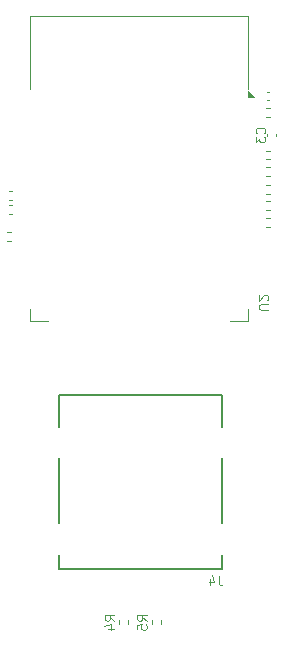
<source format=gbr>
%TF.GenerationSoftware,KiCad,Pcbnew,9.0.5*%
%TF.CreationDate,2025-11-05T18:30:54-05:00*%
%TF.ProjectId,flight-computer,666c6967-6874-42d6-936f-6d7075746572,rev?*%
%TF.SameCoordinates,Original*%
%TF.FileFunction,Legend,Bot*%
%TF.FilePolarity,Positive*%
%FSLAX46Y46*%
G04 Gerber Fmt 4.6, Leading zero omitted, Abs format (unit mm)*
G04 Created by KiCad (PCBNEW 9.0.5) date 2025-11-05 18:30:54*
%MOMM*%
%LPD*%
G01*
G04 APERTURE LIST*
%ADD10C,0.100000*%
%ADD11C,0.120000*%
%ADD12C,0.152400*%
G04 APERTURE END LIST*
D10*
X142676790Y-124863222D02*
X142295837Y-124596555D01*
X142676790Y-124406079D02*
X141876790Y-124406079D01*
X141876790Y-124406079D02*
X141876790Y-124710841D01*
X141876790Y-124710841D02*
X141914885Y-124787031D01*
X141914885Y-124787031D02*
X141952980Y-124825126D01*
X141952980Y-124825126D02*
X142029171Y-124863222D01*
X142029171Y-124863222D02*
X142143456Y-124863222D01*
X142143456Y-124863222D02*
X142219647Y-124825126D01*
X142219647Y-124825126D02*
X142257742Y-124787031D01*
X142257742Y-124787031D02*
X142295837Y-124710841D01*
X142295837Y-124710841D02*
X142295837Y-124406079D01*
X142143456Y-125548936D02*
X142676790Y-125548936D01*
X141838695Y-125358460D02*
X142410123Y-125167983D01*
X142410123Y-125167983D02*
X142410123Y-125663222D01*
X155370599Y-83613222D02*
X155408695Y-83575126D01*
X155408695Y-83575126D02*
X155446790Y-83460841D01*
X155446790Y-83460841D02*
X155446790Y-83384650D01*
X155446790Y-83384650D02*
X155408695Y-83270364D01*
X155408695Y-83270364D02*
X155332504Y-83194174D01*
X155332504Y-83194174D02*
X155256314Y-83156079D01*
X155256314Y-83156079D02*
X155103933Y-83117983D01*
X155103933Y-83117983D02*
X154989647Y-83117983D01*
X154989647Y-83117983D02*
X154837266Y-83156079D01*
X154837266Y-83156079D02*
X154761075Y-83194174D01*
X154761075Y-83194174D02*
X154684885Y-83270364D01*
X154684885Y-83270364D02*
X154646790Y-83384650D01*
X154646790Y-83384650D02*
X154646790Y-83460841D01*
X154646790Y-83460841D02*
X154684885Y-83575126D01*
X154684885Y-83575126D02*
X154722980Y-83613222D01*
X154646790Y-83879888D02*
X154646790Y-84375126D01*
X154646790Y-84375126D02*
X154951552Y-84108460D01*
X154951552Y-84108460D02*
X154951552Y-84222745D01*
X154951552Y-84222745D02*
X154989647Y-84298936D01*
X154989647Y-84298936D02*
X155027742Y-84337031D01*
X155027742Y-84337031D02*
X155103933Y-84375126D01*
X155103933Y-84375126D02*
X155294409Y-84375126D01*
X155294409Y-84375126D02*
X155370599Y-84337031D01*
X155370599Y-84337031D02*
X155408695Y-84298936D01*
X155408695Y-84298936D02*
X155446790Y-84222745D01*
X155446790Y-84222745D02*
X155446790Y-83994174D01*
X155446790Y-83994174D02*
X155408695Y-83917983D01*
X155408695Y-83917983D02*
X155370599Y-83879888D01*
X151498561Y-121061450D02*
X151498561Y-121632878D01*
X151498561Y-121632878D02*
X151536656Y-121747164D01*
X151536656Y-121747164D02*
X151612847Y-121823355D01*
X151612847Y-121823355D02*
X151727132Y-121861450D01*
X151727132Y-121861450D02*
X151803323Y-121861450D01*
X150774751Y-121328116D02*
X150774751Y-121861450D01*
X150965227Y-121023355D02*
X151155704Y-121594783D01*
X151155704Y-121594783D02*
X150660465Y-121594783D01*
X155702704Y-98549523D02*
X155055085Y-98549523D01*
X155055085Y-98549523D02*
X154978895Y-98511428D01*
X154978895Y-98511428D02*
X154940800Y-98473333D01*
X154940800Y-98473333D02*
X154902704Y-98397142D01*
X154902704Y-98397142D02*
X154902704Y-98244761D01*
X154902704Y-98244761D02*
X154940800Y-98168571D01*
X154940800Y-98168571D02*
X154978895Y-98130476D01*
X154978895Y-98130476D02*
X155055085Y-98092380D01*
X155055085Y-98092380D02*
X155702704Y-98092380D01*
X155626514Y-97749524D02*
X155664609Y-97711428D01*
X155664609Y-97711428D02*
X155702704Y-97635238D01*
X155702704Y-97635238D02*
X155702704Y-97444762D01*
X155702704Y-97444762D02*
X155664609Y-97368571D01*
X155664609Y-97368571D02*
X155626514Y-97330476D01*
X155626514Y-97330476D02*
X155550323Y-97292381D01*
X155550323Y-97292381D02*
X155474133Y-97292381D01*
X155474133Y-97292381D02*
X155359847Y-97330476D01*
X155359847Y-97330476D02*
X154902704Y-97787619D01*
X154902704Y-97787619D02*
X154902704Y-97292381D01*
X145426790Y-124863222D02*
X145045837Y-124596555D01*
X145426790Y-124406079D02*
X144626790Y-124406079D01*
X144626790Y-124406079D02*
X144626790Y-124710841D01*
X144626790Y-124710841D02*
X144664885Y-124787031D01*
X144664885Y-124787031D02*
X144702980Y-124825126D01*
X144702980Y-124825126D02*
X144779171Y-124863222D01*
X144779171Y-124863222D02*
X144893456Y-124863222D01*
X144893456Y-124863222D02*
X144969647Y-124825126D01*
X144969647Y-124825126D02*
X145007742Y-124787031D01*
X145007742Y-124787031D02*
X145045837Y-124710841D01*
X145045837Y-124710841D02*
X145045837Y-124406079D01*
X144626790Y-125587031D02*
X144626790Y-125206079D01*
X144626790Y-125206079D02*
X145007742Y-125167983D01*
X145007742Y-125167983D02*
X144969647Y-125206079D01*
X144969647Y-125206079D02*
X144931552Y-125282269D01*
X144931552Y-125282269D02*
X144931552Y-125472745D01*
X144931552Y-125472745D02*
X144969647Y-125548936D01*
X144969647Y-125548936D02*
X145007742Y-125587031D01*
X145007742Y-125587031D02*
X145083933Y-125625126D01*
X145083933Y-125625126D02*
X145274409Y-125625126D01*
X145274409Y-125625126D02*
X145350599Y-125587031D01*
X145350599Y-125587031D02*
X145388695Y-125548936D01*
X145388695Y-125548936D02*
X145426790Y-125472745D01*
X145426790Y-125472745D02*
X145426790Y-125282269D01*
X145426790Y-125282269D02*
X145388695Y-125206079D01*
X145388695Y-125206079D02*
X145350599Y-125167983D01*
D11*
%TO.C,C5*%
X155789731Y-80806555D02*
X155574059Y-80806555D01*
X155789731Y-80086555D02*
X155574059Y-80086555D01*
%TO.C,R14*%
X155835536Y-88726555D02*
X155528254Y-88726555D01*
X155835536Y-87966555D02*
X155528254Y-87966555D01*
%TO.C,R11*%
X133738254Y-90426555D02*
X134045536Y-90426555D01*
X133738254Y-89666555D02*
X134045536Y-89666555D01*
%TO.C,R1*%
X155528254Y-82226555D02*
X155835536Y-82226555D01*
X155528254Y-81466555D02*
X155835536Y-81466555D01*
%TO.C,R4*%
X143861895Y-124842914D02*
X143861895Y-125150196D01*
X143101895Y-124842914D02*
X143101895Y-125150196D01*
%TO.C,R12*%
X155835536Y-85826555D02*
X155528254Y-85826555D01*
X155835536Y-85066555D02*
X155528254Y-85066555D01*
%TO.C,R7*%
X133718254Y-89226555D02*
X134025536Y-89226555D01*
X133718254Y-88466555D02*
X134025536Y-88466555D01*
%TO.C,C3*%
X155621895Y-83638719D02*
X155621895Y-83854391D01*
X156341895Y-83638719D02*
X156341895Y-83854391D01*
D12*
%TO.C,J4*%
X151803395Y-120499855D02*
X137960395Y-120499855D01*
X151803395Y-119306296D02*
X151803395Y-120499855D01*
X151803395Y-111106295D02*
X151803395Y-116634216D01*
X151803395Y-105793255D02*
X151803395Y-108434215D01*
X137960395Y-120499855D02*
X137960395Y-119306296D01*
X137960395Y-116634216D02*
X137960395Y-111106295D01*
X137960395Y-108434215D02*
X137960395Y-105793255D01*
X137960395Y-105793255D02*
X151803395Y-105793255D01*
D11*
%TO.C,R8*%
X155835536Y-91526555D02*
X155528254Y-91526555D01*
X155835536Y-90766555D02*
X155528254Y-90766555D01*
%TO.C,R6*%
X133628254Y-92726555D02*
X133935536Y-92726555D01*
X133628254Y-91966555D02*
X133935536Y-91966555D01*
%TO.C,U2*%
X154467600Y-80515000D02*
X153967600Y-80515000D01*
X153967600Y-80015000D01*
X154467600Y-80515000D01*
G36*
X154467600Y-80515000D02*
G01*
X153967600Y-80515000D01*
X153967600Y-80015000D01*
X154467600Y-80515000D01*
G37*
X153967600Y-99490000D02*
X152467600Y-99490000D01*
X153967600Y-98490000D02*
X153967600Y-99490000D01*
X153967600Y-73640000D02*
X153967600Y-79840000D01*
X153967600Y-73640000D02*
X135567600Y-73640000D01*
X135567600Y-99490000D02*
X137067600Y-99490000D01*
X135567600Y-99490000D02*
X135567600Y-98490000D01*
X135567600Y-73640000D02*
X135567600Y-79840000D01*
%TO.C,R13*%
X155835536Y-87226555D02*
X155528254Y-87226555D01*
X155835536Y-86466555D02*
X155528254Y-86466555D01*
%TO.C,R15*%
X155835536Y-90126555D02*
X155528254Y-90126555D01*
X155835536Y-89366555D02*
X155528254Y-89366555D01*
%TO.C,R5*%
X146611895Y-124842914D02*
X146611895Y-125150196D01*
X145851895Y-124842914D02*
X145851895Y-125150196D01*
%TD*%
M02*

</source>
